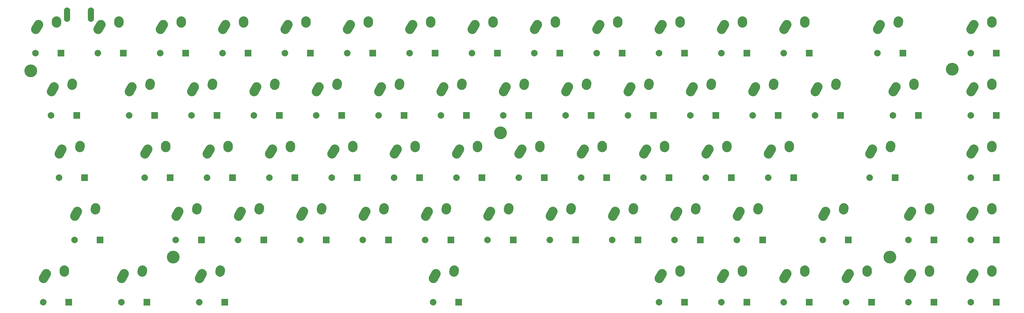
<source format=gts>
G04 #@! TF.FileFunction,Soldermask,Top*
%FSLAX46Y46*%
G04 Gerber Fmt 4.6, Leading zero omitted, Abs format (unit mm)*
G04 Created by KiCad (PCBNEW 4.0.7) date 02/17/18 00:52:53*
%MOMM*%
%LPD*%
G01*
G04 APERTURE LIST*
%ADD10C,0.100000*%
%ADD11C,2.900000*%
%ADD12R,2.000000X2.000000*%
%ADD13C,2.000000*%
%ADD14O,1.900000X4.400000*%
%ADD15C,3.900000*%
G04 APERTURE END LIST*
D10*
D11*
X104156703Y-38862546D02*
X103345797Y-40322454D01*
X109695974Y-37783172D02*
X109656526Y-38361828D01*
X85106703Y-38862546D02*
X84295797Y-40322454D01*
X90645974Y-37783172D02*
X90606526Y-38361828D01*
D12*
X92006250Y-47625000D03*
D13*
X84206250Y-47625000D03*
D12*
X96768750Y-66675000D03*
D13*
X88968750Y-66675000D03*
D12*
X99150000Y-85725000D03*
D13*
X91350000Y-85725000D03*
D12*
X103912500Y-104775000D03*
D13*
X96112500Y-104775000D03*
D12*
X94387500Y-123825000D03*
D13*
X86587500Y-123825000D03*
D12*
X111056250Y-47625000D03*
D13*
X103256250Y-47625000D03*
D12*
X120581250Y-66675000D03*
D13*
X112781250Y-66675000D03*
D12*
X125343750Y-85725000D03*
D13*
X117543750Y-85725000D03*
D12*
X134868750Y-104775000D03*
D13*
X127068750Y-104775000D03*
D12*
X118200000Y-123825000D03*
D13*
X110400000Y-123825000D03*
D12*
X142012500Y-123825000D03*
D13*
X134212500Y-123825000D03*
D12*
X130106250Y-47625000D03*
D13*
X122306250Y-47625000D03*
D12*
X139631250Y-66675000D03*
D13*
X131831250Y-66675000D03*
D12*
X144393750Y-85725000D03*
D13*
X136593750Y-85725000D03*
D12*
X153918750Y-104775000D03*
D13*
X146118750Y-104775000D03*
D12*
X149156250Y-47625000D03*
D13*
X141356250Y-47625000D03*
D12*
X158681250Y-66675000D03*
D13*
X150881250Y-66675000D03*
D12*
X163443750Y-85725000D03*
D13*
X155643750Y-85725000D03*
D12*
X172968750Y-104775000D03*
D13*
X165168750Y-104775000D03*
D12*
X168206250Y-47625000D03*
D13*
X160406250Y-47625000D03*
D12*
X177731250Y-66675000D03*
D13*
X169931250Y-66675000D03*
D12*
X182493750Y-85725000D03*
D13*
X174693750Y-85725000D03*
D12*
X192018750Y-104775000D03*
D13*
X184218750Y-104775000D03*
D12*
X187256250Y-47625000D03*
D13*
X179456250Y-47625000D03*
D12*
X196781250Y-66675000D03*
D13*
X188981250Y-66675000D03*
D12*
X201543750Y-85725000D03*
D13*
X193743750Y-85725000D03*
D12*
X211068750Y-104775000D03*
D13*
X203268750Y-104775000D03*
D12*
X206306250Y-47625000D03*
D13*
X198506250Y-47625000D03*
D12*
X215831250Y-66675000D03*
D13*
X208031250Y-66675000D03*
D12*
X220593750Y-85725000D03*
D13*
X212793750Y-85725000D03*
D12*
X230118750Y-104775000D03*
D13*
X222318750Y-104775000D03*
D12*
X213450000Y-123825000D03*
D13*
X205650000Y-123825000D03*
D12*
X225356250Y-47625000D03*
D13*
X217556250Y-47625000D03*
D12*
X234881250Y-66675000D03*
D13*
X227081250Y-66675000D03*
D12*
X239643750Y-85725000D03*
D13*
X231843750Y-85725000D03*
D12*
X249168750Y-104775000D03*
D13*
X241368750Y-104775000D03*
D12*
X244406250Y-47625000D03*
D13*
X236606250Y-47625000D03*
D12*
X253931250Y-66675000D03*
D13*
X246131250Y-66675000D03*
D12*
X258693750Y-85725000D03*
D13*
X250893750Y-85725000D03*
D12*
X268218750Y-104775000D03*
D13*
X260418750Y-104775000D03*
D12*
X263456250Y-47625000D03*
D13*
X255656250Y-47625000D03*
D12*
X272981250Y-66675000D03*
D13*
X265181250Y-66675000D03*
D12*
X277743750Y-85725000D03*
D13*
X269943750Y-85725000D03*
D12*
X287268750Y-104775000D03*
D13*
X279468750Y-104775000D03*
D12*
X282506250Y-47625000D03*
D13*
X274706250Y-47625000D03*
D12*
X292031250Y-66675000D03*
D13*
X284231250Y-66675000D03*
D12*
X296793750Y-85725000D03*
D13*
X288993750Y-85725000D03*
D12*
X306318750Y-104775000D03*
D13*
X298518750Y-104775000D03*
D12*
X282506250Y-123825000D03*
D13*
X274706250Y-123825000D03*
D12*
X301556250Y-47625000D03*
D13*
X293756250Y-47625000D03*
D12*
X311081250Y-66675000D03*
D13*
X303281250Y-66675000D03*
D12*
X315843750Y-85725000D03*
D13*
X308043750Y-85725000D03*
D12*
X301556250Y-123825000D03*
D13*
X293756250Y-123825000D03*
D12*
X320606250Y-47625000D03*
D13*
X312806250Y-47625000D03*
D12*
X330131250Y-66675000D03*
D13*
X322331250Y-66675000D03*
D12*
X346800000Y-85725000D03*
D13*
X339000000Y-85725000D03*
D12*
X358706250Y-104775000D03*
D13*
X350906250Y-104775000D03*
D12*
X320606250Y-123825000D03*
D13*
X312806250Y-123825000D03*
D12*
X349181250Y-47625000D03*
D13*
X341381250Y-47625000D03*
D12*
X353943750Y-66675000D03*
D13*
X346143750Y-66675000D03*
D12*
X377756250Y-85725000D03*
D13*
X369956250Y-85725000D03*
D12*
X377756250Y-104775000D03*
D13*
X369956250Y-104775000D03*
D12*
X358706250Y-123825000D03*
D13*
X350906250Y-123825000D03*
D12*
X377756250Y-47625000D03*
D13*
X369956250Y-47625000D03*
D12*
X377756250Y-66675000D03*
D13*
X369956250Y-66675000D03*
D12*
X377756250Y-123825000D03*
D13*
X369956250Y-123825000D03*
D14*
X93850000Y-35850000D03*
X101150000Y-35850000D03*
D11*
X89869203Y-57912546D02*
X89058297Y-59372454D01*
X95408474Y-56833172D02*
X95369026Y-57411828D01*
X92250453Y-76962546D02*
X91439547Y-78422454D01*
X97789724Y-75883172D02*
X97750276Y-76461828D01*
X97012953Y-96012546D02*
X96202047Y-97472454D01*
X102552224Y-94933172D02*
X102512776Y-95511828D01*
X87487953Y-115062546D02*
X86677047Y-116522454D01*
X93027224Y-113983172D02*
X92987776Y-114561828D01*
X113681703Y-57912546D02*
X112870797Y-59372454D01*
X119220974Y-56833172D02*
X119181526Y-57411828D01*
X118444203Y-76962546D02*
X117633297Y-78422454D01*
X123983474Y-75883172D02*
X123944026Y-76461828D01*
X127969203Y-96012546D02*
X127158297Y-97472454D01*
X133508474Y-94933172D02*
X133469026Y-95511828D01*
X111300453Y-115062546D02*
X110489547Y-116522454D01*
X116839724Y-113983172D02*
X116800276Y-114561828D01*
X135112953Y-115062546D02*
X134302047Y-116522454D01*
X140652224Y-113983172D02*
X140612776Y-114561828D01*
X123206703Y-38862546D02*
X122395797Y-40322454D01*
X128745974Y-37783172D02*
X128706526Y-38361828D01*
X132731703Y-57912546D02*
X131920797Y-59372454D01*
X138270974Y-56833172D02*
X138231526Y-57411828D01*
X137494203Y-76962546D02*
X136683297Y-78422454D01*
X143033474Y-75883172D02*
X142994026Y-76461828D01*
X147019203Y-96012546D02*
X146208297Y-97472454D01*
X152558474Y-94933172D02*
X152519026Y-95511828D01*
X142256703Y-38862546D02*
X141445797Y-40322454D01*
X147795974Y-37783172D02*
X147756526Y-38361828D01*
X151781703Y-57912546D02*
X150970797Y-59372454D01*
X157320974Y-56833172D02*
X157281526Y-57411828D01*
X156544203Y-76962546D02*
X155733297Y-78422454D01*
X162083474Y-75883172D02*
X162044026Y-76461828D01*
X166069203Y-96012546D02*
X165258297Y-97472454D01*
X171608474Y-94933172D02*
X171569026Y-95511828D01*
X161306703Y-38862546D02*
X160495797Y-40322454D01*
X166845974Y-37783172D02*
X166806526Y-38361828D01*
X170831703Y-57912546D02*
X170020797Y-59372454D01*
X176370974Y-56833172D02*
X176331526Y-57411828D01*
X175594203Y-76962546D02*
X174783297Y-78422454D01*
X181133474Y-75883172D02*
X181094026Y-76461828D01*
X185119203Y-96012546D02*
X184308297Y-97472454D01*
X190658474Y-94933172D02*
X190619026Y-95511828D01*
X180356703Y-38862546D02*
X179545797Y-40322454D01*
X185895974Y-37783172D02*
X185856526Y-38361828D01*
X189881703Y-57912546D02*
X189070797Y-59372454D01*
X195420974Y-56833172D02*
X195381526Y-57411828D01*
X194644203Y-76962546D02*
X193833297Y-78422454D01*
X200183474Y-75883172D02*
X200144026Y-76461828D01*
X204169203Y-96012546D02*
X203358297Y-97472454D01*
X209708474Y-94933172D02*
X209669026Y-95511828D01*
X199406703Y-38862546D02*
X198595797Y-40322454D01*
X204945974Y-37783172D02*
X204906526Y-38361828D01*
X208931703Y-57912546D02*
X208120797Y-59372454D01*
X214470974Y-56833172D02*
X214431526Y-57411828D01*
X213694203Y-76962546D02*
X212883297Y-78422454D01*
X219233474Y-75883172D02*
X219194026Y-76461828D01*
X223219203Y-96012546D02*
X222408297Y-97472454D01*
X228758474Y-94933172D02*
X228719026Y-95511828D01*
X206550453Y-115062546D02*
X205739547Y-116522454D01*
X212089724Y-113983172D02*
X212050276Y-114561828D01*
X218456703Y-38862546D02*
X217645797Y-40322454D01*
X223995974Y-37783172D02*
X223956526Y-38361828D01*
X227981703Y-57912546D02*
X227170797Y-59372454D01*
X233520974Y-56833172D02*
X233481526Y-57411828D01*
X232744203Y-76962546D02*
X231933297Y-78422454D01*
X238283474Y-75883172D02*
X238244026Y-76461828D01*
X242269203Y-96012546D02*
X241458297Y-97472454D01*
X247808474Y-94933172D02*
X247769026Y-95511828D01*
X237506703Y-38862546D02*
X236695797Y-40322454D01*
X243045974Y-37783172D02*
X243006526Y-38361828D01*
X247031703Y-57912546D02*
X246220797Y-59372454D01*
X252570974Y-56833172D02*
X252531526Y-57411828D01*
X251794203Y-76962546D02*
X250983297Y-78422454D01*
X257333474Y-75883172D02*
X257294026Y-76461828D01*
X261319203Y-96012546D02*
X260508297Y-97472454D01*
X266858474Y-94933172D02*
X266819026Y-95511828D01*
X256556703Y-38862546D02*
X255745797Y-40322454D01*
X262095974Y-37783172D02*
X262056526Y-38361828D01*
X266081703Y-57912546D02*
X265270797Y-59372454D01*
X271620974Y-56833172D02*
X271581526Y-57411828D01*
X270844203Y-76962546D02*
X270033297Y-78422454D01*
X276383474Y-75883172D02*
X276344026Y-76461828D01*
X280369203Y-96012546D02*
X279558297Y-97472454D01*
X285908474Y-94933172D02*
X285869026Y-95511828D01*
X275606703Y-38862546D02*
X274795797Y-40322454D01*
X281145974Y-37783172D02*
X281106526Y-38361828D01*
X285131703Y-57912546D02*
X284320797Y-59372454D01*
X290670974Y-56833172D02*
X290631526Y-57411828D01*
X289894203Y-76962546D02*
X289083297Y-78422454D01*
X295433474Y-75883172D02*
X295394026Y-76461828D01*
X299419203Y-96012546D02*
X298608297Y-97472454D01*
X304958474Y-94933172D02*
X304919026Y-95511828D01*
X275606703Y-115062546D02*
X274795797Y-116522454D01*
X281145974Y-113983172D02*
X281106526Y-114561828D01*
X294656703Y-38862546D02*
X293845797Y-40322454D01*
X300195974Y-37783172D02*
X300156526Y-38361828D01*
X304181703Y-57912546D02*
X303370797Y-59372454D01*
X309720974Y-56833172D02*
X309681526Y-57411828D01*
X308944203Y-76962546D02*
X308133297Y-78422454D01*
X314483474Y-75883172D02*
X314444026Y-76461828D01*
X294656703Y-115062546D02*
X293845797Y-116522454D01*
X300195974Y-113983172D02*
X300156526Y-114561828D01*
X313706703Y-38862546D02*
X312895797Y-40322454D01*
X319245974Y-37783172D02*
X319206526Y-38361828D01*
X323231703Y-57912546D02*
X322420797Y-59372454D01*
X328770974Y-56833172D02*
X328731526Y-57411828D01*
X339900453Y-76962546D02*
X339089547Y-78422454D01*
X345439724Y-75883172D02*
X345400276Y-76461828D01*
X351806703Y-96012546D02*
X350995797Y-97472454D01*
X357345974Y-94933172D02*
X357306526Y-95511828D01*
X313706703Y-115062546D02*
X312895797Y-116522454D01*
X319245974Y-113983172D02*
X319206526Y-114561828D01*
X342281703Y-38862546D02*
X341470797Y-40322454D01*
X347820974Y-37783172D02*
X347781526Y-38361828D01*
X347044203Y-57912546D02*
X346233297Y-59372454D01*
X352583474Y-56833172D02*
X352544026Y-57411828D01*
X370856703Y-76962546D02*
X370045797Y-78422454D01*
X376395974Y-75883172D02*
X376356526Y-76461828D01*
X370856703Y-96012546D02*
X370045797Y-97472454D01*
X376395974Y-94933172D02*
X376356526Y-95511828D01*
X351806703Y-115062546D02*
X350995797Y-116522454D01*
X357345974Y-113983172D02*
X357306526Y-114561828D01*
X370856703Y-38862546D02*
X370045797Y-40322454D01*
X376395974Y-37783172D02*
X376356526Y-38361828D01*
X370856703Y-57912546D02*
X370045797Y-59372454D01*
X376395974Y-56833172D02*
X376356526Y-57411828D01*
X370856703Y-115062546D02*
X370045797Y-116522454D01*
X376395974Y-113983172D02*
X376356526Y-114561828D01*
D12*
X339656250Y-123825000D03*
D13*
X331856250Y-123825000D03*
D11*
X332756703Y-115062546D02*
X331945797Y-116522454D01*
X338295974Y-113983172D02*
X338256526Y-114561828D01*
D12*
X332512500Y-104775000D03*
D13*
X324712500Y-104775000D03*
D11*
X325612953Y-96012546D02*
X324802047Y-97472454D01*
X331152224Y-94933172D02*
X331112776Y-95511828D01*
D15*
X82750000Y-53000000D03*
X126250000Y-110000000D03*
X364250000Y-52500000D03*
X345250000Y-110000000D03*
X226250000Y-72000000D03*
M02*

</source>
